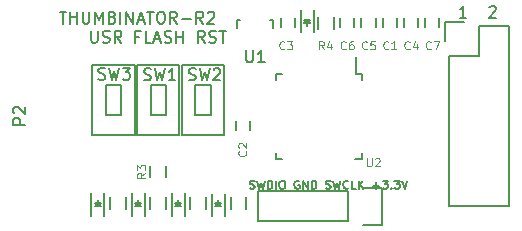
<source format=gbr>
G04 #@! TF.FileFunction,Legend,Top*
%FSLAX46Y46*%
G04 Gerber Fmt 4.6, Leading zero omitted, Abs format (unit mm)*
G04 Created by KiCad (PCBNEW (2016-09-30 revision 278ee7d)-makepkg) date Sun Nov 13 05:54:16 2016*
%MOMM*%
%LPD*%
G01*
G04 APERTURE LIST*
%ADD10C,0.100000*%
%ADD11C,0.150000*%
G04 APERTURE END LIST*
D10*
D11*
X57107142Y-52752380D02*
X57107142Y-53561904D01*
X57154761Y-53657142D01*
X57202380Y-53704761D01*
X57297619Y-53752380D01*
X57488095Y-53752380D01*
X57583333Y-53704761D01*
X57630952Y-53657142D01*
X57678571Y-53561904D01*
X57678571Y-52752380D01*
X58107142Y-53704761D02*
X58250000Y-53752380D01*
X58488095Y-53752380D01*
X58583333Y-53704761D01*
X58630952Y-53657142D01*
X58678571Y-53561904D01*
X58678571Y-53466666D01*
X58630952Y-53371428D01*
X58583333Y-53323809D01*
X58488095Y-53276190D01*
X58297619Y-53228571D01*
X58202380Y-53180952D01*
X58154761Y-53133333D01*
X58107142Y-53038095D01*
X58107142Y-52942857D01*
X58154761Y-52847619D01*
X58202380Y-52800000D01*
X58297619Y-52752380D01*
X58535714Y-52752380D01*
X58678571Y-52800000D01*
X59678571Y-53752380D02*
X59345238Y-53276190D01*
X59107142Y-53752380D02*
X59107142Y-52752380D01*
X59488095Y-52752380D01*
X59583333Y-52800000D01*
X59630952Y-52847619D01*
X59678571Y-52942857D01*
X59678571Y-53085714D01*
X59630952Y-53180952D01*
X59583333Y-53228571D01*
X59488095Y-53276190D01*
X59107142Y-53276190D01*
X61202380Y-53228571D02*
X60869047Y-53228571D01*
X60869047Y-53752380D02*
X60869047Y-52752380D01*
X61345238Y-52752380D01*
X62202380Y-53752380D02*
X61726190Y-53752380D01*
X61726190Y-52752380D01*
X62488095Y-53466666D02*
X62964285Y-53466666D01*
X62392857Y-53752380D02*
X62726190Y-52752380D01*
X63059523Y-53752380D01*
X63345238Y-53704761D02*
X63488095Y-53752380D01*
X63726190Y-53752380D01*
X63821428Y-53704761D01*
X63869047Y-53657142D01*
X63916666Y-53561904D01*
X63916666Y-53466666D01*
X63869047Y-53371428D01*
X63821428Y-53323809D01*
X63726190Y-53276190D01*
X63535714Y-53228571D01*
X63440476Y-53180952D01*
X63392857Y-53133333D01*
X63345238Y-53038095D01*
X63345238Y-52942857D01*
X63392857Y-52847619D01*
X63440476Y-52800000D01*
X63535714Y-52752380D01*
X63773809Y-52752380D01*
X63916666Y-52800000D01*
X64345238Y-53752380D02*
X64345238Y-52752380D01*
X64345238Y-53228571D02*
X64916666Y-53228571D01*
X64916666Y-53752380D02*
X64916666Y-52752380D01*
X66726190Y-53752380D02*
X66392857Y-53276190D01*
X66154761Y-53752380D02*
X66154761Y-52752380D01*
X66535714Y-52752380D01*
X66630952Y-52800000D01*
X66678571Y-52847619D01*
X66726190Y-52942857D01*
X66726190Y-53085714D01*
X66678571Y-53180952D01*
X66630952Y-53228571D01*
X66535714Y-53276190D01*
X66154761Y-53276190D01*
X67107142Y-53704761D02*
X67250000Y-53752380D01*
X67488095Y-53752380D01*
X67583333Y-53704761D01*
X67630952Y-53657142D01*
X67678571Y-53561904D01*
X67678571Y-53466666D01*
X67630952Y-53371428D01*
X67583333Y-53323809D01*
X67488095Y-53276190D01*
X67297619Y-53228571D01*
X67202380Y-53180952D01*
X67154761Y-53133333D01*
X67107142Y-53038095D01*
X67107142Y-52942857D01*
X67154761Y-52847619D01*
X67202380Y-52800000D01*
X67297619Y-52752380D01*
X67535714Y-52752380D01*
X67678571Y-52800000D01*
X67964285Y-52752380D02*
X68535714Y-52752380D01*
X68250000Y-53752380D02*
X68250000Y-52752380D01*
X54454761Y-51127380D02*
X55026190Y-51127380D01*
X54740476Y-52127380D02*
X54740476Y-51127380D01*
X55359523Y-52127380D02*
X55359523Y-51127380D01*
X55359523Y-51603571D02*
X55930952Y-51603571D01*
X55930952Y-52127380D02*
X55930952Y-51127380D01*
X56407142Y-51127380D02*
X56407142Y-51936904D01*
X56454761Y-52032142D01*
X56502380Y-52079761D01*
X56597619Y-52127380D01*
X56788095Y-52127380D01*
X56883333Y-52079761D01*
X56930952Y-52032142D01*
X56978571Y-51936904D01*
X56978571Y-51127380D01*
X57454761Y-52127380D02*
X57454761Y-51127380D01*
X57788095Y-51841666D01*
X58121428Y-51127380D01*
X58121428Y-52127380D01*
X58930952Y-51603571D02*
X59073809Y-51651190D01*
X59121428Y-51698809D01*
X59169047Y-51794047D01*
X59169047Y-51936904D01*
X59121428Y-52032142D01*
X59073809Y-52079761D01*
X58978571Y-52127380D01*
X58597619Y-52127380D01*
X58597619Y-51127380D01*
X58930952Y-51127380D01*
X59026190Y-51175000D01*
X59073809Y-51222619D01*
X59121428Y-51317857D01*
X59121428Y-51413095D01*
X59073809Y-51508333D01*
X59026190Y-51555952D01*
X58930952Y-51603571D01*
X58597619Y-51603571D01*
X59597619Y-52127380D02*
X59597619Y-51127380D01*
X60073809Y-52127380D02*
X60073809Y-51127380D01*
X60645238Y-52127380D01*
X60645238Y-51127380D01*
X61073809Y-51841666D02*
X61550000Y-51841666D01*
X60978571Y-52127380D02*
X61311904Y-51127380D01*
X61645238Y-52127380D01*
X61835714Y-51127380D02*
X62407142Y-51127380D01*
X62121428Y-52127380D02*
X62121428Y-51127380D01*
X62930952Y-51127380D02*
X63121428Y-51127380D01*
X63216666Y-51175000D01*
X63311904Y-51270238D01*
X63359523Y-51460714D01*
X63359523Y-51794047D01*
X63311904Y-51984523D01*
X63216666Y-52079761D01*
X63121428Y-52127380D01*
X62930952Y-52127380D01*
X62835714Y-52079761D01*
X62740476Y-51984523D01*
X62692857Y-51794047D01*
X62692857Y-51460714D01*
X62740476Y-51270238D01*
X62835714Y-51175000D01*
X62930952Y-51127380D01*
X64359523Y-52127380D02*
X64026190Y-51651190D01*
X63788095Y-52127380D02*
X63788095Y-51127380D01*
X64169047Y-51127380D01*
X64264285Y-51175000D01*
X64311904Y-51222619D01*
X64359523Y-51317857D01*
X64359523Y-51460714D01*
X64311904Y-51555952D01*
X64264285Y-51603571D01*
X64169047Y-51651190D01*
X63788095Y-51651190D01*
X64788095Y-51746428D02*
X65550000Y-51746428D01*
X66597619Y-52127380D02*
X66264285Y-51651190D01*
X66026190Y-52127380D02*
X66026190Y-51127380D01*
X66407142Y-51127380D01*
X66502380Y-51175000D01*
X66550000Y-51222619D01*
X66597619Y-51317857D01*
X66597619Y-51460714D01*
X66550000Y-51555952D01*
X66502380Y-51603571D01*
X66407142Y-51651190D01*
X66026190Y-51651190D01*
X66978571Y-51222619D02*
X67026190Y-51175000D01*
X67121428Y-51127380D01*
X67359523Y-51127380D01*
X67454761Y-51175000D01*
X67502380Y-51222619D01*
X67550000Y-51317857D01*
X67550000Y-51413095D01*
X67502380Y-51555952D01*
X66930952Y-52127380D01*
X67550000Y-52127380D01*
X70566666Y-66083333D02*
X70666666Y-66116666D01*
X70833333Y-66116666D01*
X70900000Y-66083333D01*
X70933333Y-66050000D01*
X70966666Y-65983333D01*
X70966666Y-65916666D01*
X70933333Y-65850000D01*
X70900000Y-65816666D01*
X70833333Y-65783333D01*
X70700000Y-65750000D01*
X70633333Y-65716666D01*
X70600000Y-65683333D01*
X70566666Y-65616666D01*
X70566666Y-65550000D01*
X70600000Y-65483333D01*
X70633333Y-65450000D01*
X70700000Y-65416666D01*
X70866666Y-65416666D01*
X70966666Y-65450000D01*
X71200000Y-65416666D02*
X71366666Y-66116666D01*
X71500000Y-65616666D01*
X71633333Y-66116666D01*
X71800000Y-65416666D01*
X72066666Y-66116666D02*
X72066666Y-65416666D01*
X72233333Y-65416666D01*
X72333333Y-65450000D01*
X72400000Y-65516666D01*
X72433333Y-65583333D01*
X72466666Y-65716666D01*
X72466666Y-65816666D01*
X72433333Y-65950000D01*
X72400000Y-66016666D01*
X72333333Y-66083333D01*
X72233333Y-66116666D01*
X72066666Y-66116666D01*
X72766666Y-66116666D02*
X72766666Y-65416666D01*
X73233333Y-65416666D02*
X73366666Y-65416666D01*
X73433333Y-65450000D01*
X73500000Y-65516666D01*
X73533333Y-65650000D01*
X73533333Y-65883333D01*
X73500000Y-66016666D01*
X73433333Y-66083333D01*
X73366666Y-66116666D01*
X73233333Y-66116666D01*
X73166666Y-66083333D01*
X73100000Y-66016666D01*
X73066666Y-65883333D01*
X73066666Y-65650000D01*
X73100000Y-65516666D01*
X73166666Y-65450000D01*
X73233333Y-65416666D01*
X74733333Y-65450000D02*
X74666666Y-65416666D01*
X74566666Y-65416666D01*
X74466666Y-65450000D01*
X74400000Y-65516666D01*
X74366666Y-65583333D01*
X74333333Y-65716666D01*
X74333333Y-65816666D01*
X74366666Y-65950000D01*
X74400000Y-66016666D01*
X74466666Y-66083333D01*
X74566666Y-66116666D01*
X74633333Y-66116666D01*
X74733333Y-66083333D01*
X74766666Y-66050000D01*
X74766666Y-65816666D01*
X74633333Y-65816666D01*
X75066666Y-66116666D02*
X75066666Y-65416666D01*
X75466666Y-66116666D01*
X75466666Y-65416666D01*
X75800000Y-66116666D02*
X75800000Y-65416666D01*
X75966666Y-65416666D01*
X76066666Y-65450000D01*
X76133333Y-65516666D01*
X76166666Y-65583333D01*
X76200000Y-65716666D01*
X76200000Y-65816666D01*
X76166666Y-65950000D01*
X76133333Y-66016666D01*
X76066666Y-66083333D01*
X75966666Y-66116666D01*
X75800000Y-66116666D01*
X77000000Y-66083333D02*
X77100000Y-66116666D01*
X77266666Y-66116666D01*
X77333333Y-66083333D01*
X77366666Y-66050000D01*
X77400000Y-65983333D01*
X77400000Y-65916666D01*
X77366666Y-65850000D01*
X77333333Y-65816666D01*
X77266666Y-65783333D01*
X77133333Y-65750000D01*
X77066666Y-65716666D01*
X77033333Y-65683333D01*
X77000000Y-65616666D01*
X77000000Y-65550000D01*
X77033333Y-65483333D01*
X77066666Y-65450000D01*
X77133333Y-65416666D01*
X77300000Y-65416666D01*
X77400000Y-65450000D01*
X77633333Y-65416666D02*
X77800000Y-66116666D01*
X77933333Y-65616666D01*
X78066666Y-66116666D01*
X78233333Y-65416666D01*
X78900000Y-66050000D02*
X78866666Y-66083333D01*
X78766666Y-66116666D01*
X78700000Y-66116666D01*
X78600000Y-66083333D01*
X78533333Y-66016666D01*
X78500000Y-65950000D01*
X78466666Y-65816666D01*
X78466666Y-65716666D01*
X78500000Y-65583333D01*
X78533333Y-65516666D01*
X78600000Y-65450000D01*
X78700000Y-65416666D01*
X78766666Y-65416666D01*
X78866666Y-65450000D01*
X78900000Y-65483333D01*
X79533333Y-66116666D02*
X79200000Y-66116666D01*
X79200000Y-65416666D01*
X79766666Y-66116666D02*
X79766666Y-65416666D01*
X80166666Y-66116666D02*
X79866666Y-65716666D01*
X80166666Y-65416666D02*
X79766666Y-65816666D01*
X81000000Y-65850000D02*
X81533333Y-65850000D01*
X81266666Y-66116666D02*
X81266666Y-65583333D01*
X81800000Y-65416666D02*
X82233333Y-65416666D01*
X82000000Y-65683333D01*
X82100000Y-65683333D01*
X82166666Y-65716666D01*
X82200000Y-65750000D01*
X82233333Y-65816666D01*
X82233333Y-65983333D01*
X82200000Y-66050000D01*
X82166666Y-66083333D01*
X82100000Y-66116666D01*
X81900000Y-66116666D01*
X81833333Y-66083333D01*
X81800000Y-66050000D01*
X82533333Y-66050000D02*
X82566666Y-66083333D01*
X82533333Y-66116666D01*
X82500000Y-66083333D01*
X82533333Y-66050000D01*
X82533333Y-66116666D01*
X82800000Y-65416666D02*
X83233333Y-65416666D01*
X83000000Y-65683333D01*
X83100000Y-65683333D01*
X83166666Y-65716666D01*
X83200000Y-65750000D01*
X83233333Y-65816666D01*
X83233333Y-65983333D01*
X83200000Y-66050000D01*
X83166666Y-66083333D01*
X83100000Y-66116666D01*
X82900000Y-66116666D01*
X82833333Y-66083333D01*
X82800000Y-66050000D01*
X83433333Y-65416666D02*
X83666666Y-66116666D01*
X83900000Y-65416666D01*
X90814285Y-50747619D02*
X90861904Y-50700000D01*
X90957142Y-50652380D01*
X91195238Y-50652380D01*
X91290476Y-50700000D01*
X91338095Y-50747619D01*
X91385714Y-50842857D01*
X91385714Y-50938095D01*
X91338095Y-51080952D01*
X90766666Y-51652380D01*
X91385714Y-51652380D01*
X88885714Y-51652380D02*
X88314285Y-51652380D01*
X88600000Y-51652380D02*
X88600000Y-50652380D01*
X88504761Y-50795238D01*
X88409523Y-50890476D01*
X88314285Y-50938095D01*
X81800000Y-52400000D02*
X81800000Y-51700000D01*
X83000000Y-51700000D02*
X83000000Y-52400000D01*
X69350000Y-61100000D02*
X69350000Y-60400000D01*
X70550000Y-60400000D02*
X70550000Y-61100000D01*
X73200000Y-52400000D02*
X73200000Y-51700000D01*
X74400000Y-51700000D02*
X74400000Y-52400000D01*
X83600000Y-52400000D02*
X83600000Y-51700000D01*
X84800000Y-51700000D02*
X84800000Y-52400000D01*
X74850000Y-50950000D02*
X74850000Y-52850000D01*
X75950000Y-50950000D02*
X75950000Y-52850000D01*
X75400000Y-51850000D02*
X75400000Y-52300000D01*
X75650000Y-51800000D02*
X75150000Y-51800000D01*
X75400000Y-51800000D02*
X75650000Y-52050000D01*
X75650000Y-52050000D02*
X75150000Y-52050000D01*
X75150000Y-52050000D02*
X75400000Y-51800000D01*
X63475000Y-64150000D02*
X63475000Y-65150000D01*
X62125000Y-65150000D02*
X62125000Y-64150000D01*
X80025000Y-56375000D02*
X79575000Y-56375000D01*
X80025000Y-63625000D02*
X79500000Y-63625000D01*
X72775000Y-63625000D02*
X73300000Y-63625000D01*
X72775000Y-56375000D02*
X73300000Y-56375000D01*
X80025000Y-56375000D02*
X80025000Y-56900000D01*
X72775000Y-56375000D02*
X72775000Y-56900000D01*
X72775000Y-63625000D02*
X72775000Y-63100000D01*
X80025000Y-63625000D02*
X80025000Y-63100000D01*
X79575000Y-56375000D02*
X79575000Y-55000000D01*
X76325000Y-52550000D02*
X76325000Y-51550000D01*
X77675000Y-51550000D02*
X77675000Y-52550000D01*
X80000000Y-52400000D02*
X80000000Y-51700000D01*
X81200000Y-51700000D02*
X81200000Y-52400000D01*
X78910000Y-66330000D02*
X71290000Y-66330000D01*
X78910000Y-68870000D02*
X71290000Y-68870000D01*
X81730000Y-69150000D02*
X80180000Y-69150000D01*
X71290000Y-66330000D02*
X71290000Y-68870000D01*
X78910000Y-68870000D02*
X78910000Y-66330000D01*
X80180000Y-66050000D02*
X81730000Y-66050000D01*
X81730000Y-66050000D02*
X81730000Y-69150000D01*
X78200000Y-52400000D02*
X78200000Y-51700000D01*
X79400000Y-51700000D02*
X79400000Y-52400000D01*
X58250000Y-68400000D02*
X58250000Y-66500000D01*
X57150000Y-68400000D02*
X57150000Y-66500000D01*
X57700000Y-67500000D02*
X57700000Y-67050000D01*
X57450000Y-67550000D02*
X57950000Y-67550000D01*
X57700000Y-67550000D02*
X57450000Y-67300000D01*
X57450000Y-67300000D02*
X57950000Y-67300000D01*
X57950000Y-67300000D02*
X57700000Y-67550000D01*
X61650000Y-68400000D02*
X61650000Y-66500000D01*
X60550000Y-68400000D02*
X60550000Y-66500000D01*
X61100000Y-67500000D02*
X61100000Y-67050000D01*
X60850000Y-67550000D02*
X61350000Y-67550000D01*
X61100000Y-67550000D02*
X60850000Y-67300000D01*
X60850000Y-67300000D02*
X61350000Y-67300000D01*
X61350000Y-67300000D02*
X61100000Y-67550000D01*
X65050000Y-68400000D02*
X65050000Y-66500000D01*
X63950000Y-68400000D02*
X63950000Y-66500000D01*
X64500000Y-67500000D02*
X64500000Y-67050000D01*
X64250000Y-67550000D02*
X64750000Y-67550000D01*
X64500000Y-67550000D02*
X64250000Y-67300000D01*
X64250000Y-67300000D02*
X64750000Y-67300000D01*
X64750000Y-67300000D02*
X64500000Y-67550000D01*
X68450000Y-68449300D02*
X68450000Y-66549300D01*
X67350000Y-68449300D02*
X67350000Y-66549300D01*
X67900000Y-67549300D02*
X67900000Y-67099300D01*
X67650000Y-67599300D02*
X68150000Y-67599300D01*
X67900000Y-67599300D02*
X67650000Y-67349300D01*
X67650000Y-67349300D02*
X68150000Y-67349300D01*
X68150000Y-67349300D02*
X67900000Y-67599300D01*
X60075000Y-66800000D02*
X60075000Y-67800000D01*
X58725000Y-67800000D02*
X58725000Y-66800000D01*
X63475000Y-66800000D02*
X63475000Y-67800000D01*
X62125000Y-67800000D02*
X62125000Y-66800000D01*
X66875000Y-66800000D02*
X66875000Y-67800000D01*
X65525000Y-67800000D02*
X65525000Y-66800000D01*
X70275000Y-66800000D02*
X70275000Y-67800000D01*
X68925000Y-67800000D02*
X68925000Y-66800000D01*
X87100000Y-52020000D02*
X87100000Y-53570000D01*
X89920000Y-54840000D02*
X87380000Y-54840000D01*
X89920000Y-52300000D02*
X89920000Y-54840000D01*
X88650000Y-52020000D02*
X87100000Y-52020000D01*
X92460000Y-52300000D02*
X89920000Y-52300000D01*
X92460000Y-67540000D02*
X87380000Y-67540000D01*
X87380000Y-54840000D02*
X87380000Y-67540000D01*
X92460000Y-67540000D02*
X92460000Y-52300000D01*
X62150000Y-59900000D02*
X62150000Y-57300000D01*
X63450000Y-59900000D02*
X62150000Y-59900000D01*
X63450000Y-57300000D02*
X63450000Y-59900000D01*
X62150000Y-57300000D02*
X63450000Y-57300000D01*
X61000000Y-61600000D02*
X61000000Y-55600000D01*
X64600000Y-61600000D02*
X61000000Y-61600000D01*
X64600000Y-55600000D02*
X64600000Y-61600000D01*
X61000000Y-55600000D02*
X64600000Y-55600000D01*
X65950000Y-59900000D02*
X65950000Y-57300000D01*
X67250000Y-59900000D02*
X65950000Y-59900000D01*
X67250000Y-57300000D02*
X67250000Y-59900000D01*
X65950000Y-57300000D02*
X67250000Y-57300000D01*
X64800000Y-61600000D02*
X64800000Y-55600000D01*
X68400000Y-61600000D02*
X64800000Y-61600000D01*
X68400000Y-55600000D02*
X68400000Y-61600000D01*
X64800000Y-55600000D02*
X68400000Y-55600000D01*
X60800000Y-61600000D02*
X57200000Y-61600000D01*
X57200000Y-61600000D02*
X57200000Y-55600000D01*
X57200000Y-55600000D02*
X60800000Y-55600000D01*
X60800000Y-55600000D02*
X60800000Y-61600000D01*
X59650000Y-59900000D02*
X58350000Y-59900000D01*
X58350000Y-59900000D02*
X58350000Y-57300000D01*
X58350000Y-57300000D02*
X59650000Y-57300000D01*
X59650000Y-57300000D02*
X59650000Y-59900000D01*
X72499820Y-51799760D02*
X72499820Y-52500800D01*
X72299160Y-51799760D02*
X72499820Y-51799760D01*
X69500180Y-51799760D02*
X69749100Y-51799760D01*
X69500180Y-52500800D02*
X69500180Y-51799760D01*
X72299160Y-51799760D02*
X72250900Y-51799760D01*
X86600000Y-51700000D02*
X86600000Y-52400000D01*
X85400000Y-52400000D02*
X85400000Y-51700000D01*
D10*
X82283333Y-54250000D02*
X82250000Y-54283333D01*
X82150000Y-54316666D01*
X82083333Y-54316666D01*
X81983333Y-54283333D01*
X81916666Y-54216666D01*
X81883333Y-54150000D01*
X81850000Y-54016666D01*
X81850000Y-53916666D01*
X81883333Y-53783333D01*
X81916666Y-53716666D01*
X81983333Y-53650000D01*
X82083333Y-53616666D01*
X82150000Y-53616666D01*
X82250000Y-53650000D01*
X82283333Y-53683333D01*
X82950000Y-54316666D02*
X82550000Y-54316666D01*
X82750000Y-54316666D02*
X82750000Y-53616666D01*
X82683333Y-53716666D01*
X82616666Y-53783333D01*
X82550000Y-53816666D01*
X70200000Y-62916666D02*
X70233333Y-62950000D01*
X70266666Y-63050000D01*
X70266666Y-63116666D01*
X70233333Y-63216666D01*
X70166666Y-63283333D01*
X70100000Y-63316666D01*
X69966666Y-63350000D01*
X69866666Y-63350000D01*
X69733333Y-63316666D01*
X69666666Y-63283333D01*
X69600000Y-63216666D01*
X69566666Y-63116666D01*
X69566666Y-63050000D01*
X69600000Y-62950000D01*
X69633333Y-62916666D01*
X69633333Y-62650000D02*
X69600000Y-62616666D01*
X69566666Y-62550000D01*
X69566666Y-62383333D01*
X69600000Y-62316666D01*
X69633333Y-62283333D01*
X69700000Y-62250000D01*
X69766666Y-62250000D01*
X69866666Y-62283333D01*
X70266666Y-62683333D01*
X70266666Y-62250000D01*
X73483333Y-54250000D02*
X73450000Y-54283333D01*
X73350000Y-54316666D01*
X73283333Y-54316666D01*
X73183333Y-54283333D01*
X73116666Y-54216666D01*
X73083333Y-54150000D01*
X73050000Y-54016666D01*
X73050000Y-53916666D01*
X73083333Y-53783333D01*
X73116666Y-53716666D01*
X73183333Y-53650000D01*
X73283333Y-53616666D01*
X73350000Y-53616666D01*
X73450000Y-53650000D01*
X73483333Y-53683333D01*
X73716666Y-53616666D02*
X74150000Y-53616666D01*
X73916666Y-53883333D01*
X74016666Y-53883333D01*
X74083333Y-53916666D01*
X74116666Y-53950000D01*
X74150000Y-54016666D01*
X74150000Y-54183333D01*
X74116666Y-54250000D01*
X74083333Y-54283333D01*
X74016666Y-54316666D01*
X73816666Y-54316666D01*
X73750000Y-54283333D01*
X73716666Y-54250000D01*
X84083333Y-54250000D02*
X84050000Y-54283333D01*
X83950000Y-54316666D01*
X83883333Y-54316666D01*
X83783333Y-54283333D01*
X83716666Y-54216666D01*
X83683333Y-54150000D01*
X83650000Y-54016666D01*
X83650000Y-53916666D01*
X83683333Y-53783333D01*
X83716666Y-53716666D01*
X83783333Y-53650000D01*
X83883333Y-53616666D01*
X83950000Y-53616666D01*
X84050000Y-53650000D01*
X84083333Y-53683333D01*
X84683333Y-53850000D02*
X84683333Y-54316666D01*
X84516666Y-53583333D02*
X84350000Y-54083333D01*
X84783333Y-54083333D01*
X61716666Y-64766666D02*
X61383333Y-65000000D01*
X61716666Y-65166666D02*
X61016666Y-65166666D01*
X61016666Y-64900000D01*
X61050000Y-64833333D01*
X61083333Y-64800000D01*
X61150000Y-64766666D01*
X61250000Y-64766666D01*
X61316666Y-64800000D01*
X61350000Y-64833333D01*
X61383333Y-64900000D01*
X61383333Y-65166666D01*
X61016666Y-64533333D02*
X61016666Y-64100000D01*
X61283333Y-64333333D01*
X61283333Y-64233333D01*
X61316666Y-64166666D01*
X61350000Y-64133333D01*
X61416666Y-64100000D01*
X61583333Y-64100000D01*
X61650000Y-64133333D01*
X61683333Y-64166666D01*
X61716666Y-64233333D01*
X61716666Y-64433333D01*
X61683333Y-64500000D01*
X61650000Y-64533333D01*
X80466666Y-63516666D02*
X80466666Y-64083333D01*
X80500000Y-64150000D01*
X80533333Y-64183333D01*
X80600000Y-64216666D01*
X80733333Y-64216666D01*
X80800000Y-64183333D01*
X80833333Y-64150000D01*
X80866666Y-64083333D01*
X80866666Y-63516666D01*
X81166666Y-63583333D02*
X81200000Y-63550000D01*
X81266666Y-63516666D01*
X81433333Y-63516666D01*
X81500000Y-63550000D01*
X81533333Y-63583333D01*
X81566666Y-63650000D01*
X81566666Y-63716666D01*
X81533333Y-63816666D01*
X81133333Y-64216666D01*
X81566666Y-64216666D01*
X76833333Y-54316666D02*
X76600000Y-53983333D01*
X76433333Y-54316666D02*
X76433333Y-53616666D01*
X76700000Y-53616666D01*
X76766666Y-53650000D01*
X76800000Y-53683333D01*
X76833333Y-53750000D01*
X76833333Y-53850000D01*
X76800000Y-53916666D01*
X76766666Y-53950000D01*
X76700000Y-53983333D01*
X76433333Y-53983333D01*
X77433333Y-53850000D02*
X77433333Y-54316666D01*
X77266666Y-53583333D02*
X77100000Y-54083333D01*
X77533333Y-54083333D01*
D11*
X51532380Y-60688095D02*
X50532380Y-60688095D01*
X50532380Y-60307142D01*
X50580000Y-60211904D01*
X50627619Y-60164285D01*
X50722857Y-60116666D01*
X50865714Y-60116666D01*
X50960952Y-60164285D01*
X51008571Y-60211904D01*
X51056190Y-60307142D01*
X51056190Y-60688095D01*
X50627619Y-59735714D02*
X50580000Y-59688095D01*
X50532380Y-59592857D01*
X50532380Y-59354761D01*
X50580000Y-59259523D01*
X50627619Y-59211904D01*
X50722857Y-59164285D01*
X50818095Y-59164285D01*
X50960952Y-59211904D01*
X51532380Y-59783333D01*
X51532380Y-59164285D01*
D10*
X80483333Y-54250000D02*
X80450000Y-54283333D01*
X80350000Y-54316666D01*
X80283333Y-54316666D01*
X80183333Y-54283333D01*
X80116666Y-54216666D01*
X80083333Y-54150000D01*
X80050000Y-54016666D01*
X80050000Y-53916666D01*
X80083333Y-53783333D01*
X80116666Y-53716666D01*
X80183333Y-53650000D01*
X80283333Y-53616666D01*
X80350000Y-53616666D01*
X80450000Y-53650000D01*
X80483333Y-53683333D01*
X81116666Y-53616666D02*
X80783333Y-53616666D01*
X80750000Y-53950000D01*
X80783333Y-53916666D01*
X80850000Y-53883333D01*
X81016666Y-53883333D01*
X81083333Y-53916666D01*
X81116666Y-53950000D01*
X81150000Y-54016666D01*
X81150000Y-54183333D01*
X81116666Y-54250000D01*
X81083333Y-54283333D01*
X81016666Y-54316666D01*
X80850000Y-54316666D01*
X80783333Y-54283333D01*
X80750000Y-54250000D01*
X78683333Y-54250000D02*
X78650000Y-54283333D01*
X78550000Y-54316666D01*
X78483333Y-54316666D01*
X78383333Y-54283333D01*
X78316666Y-54216666D01*
X78283333Y-54150000D01*
X78250000Y-54016666D01*
X78250000Y-53916666D01*
X78283333Y-53783333D01*
X78316666Y-53716666D01*
X78383333Y-53650000D01*
X78483333Y-53616666D01*
X78550000Y-53616666D01*
X78650000Y-53650000D01*
X78683333Y-53683333D01*
X79283333Y-53616666D02*
X79150000Y-53616666D01*
X79083333Y-53650000D01*
X79050000Y-53683333D01*
X78983333Y-53783333D01*
X78950000Y-53916666D01*
X78950000Y-54183333D01*
X78983333Y-54250000D01*
X79016666Y-54283333D01*
X79083333Y-54316666D01*
X79216666Y-54316666D01*
X79283333Y-54283333D01*
X79316666Y-54250000D01*
X79350000Y-54183333D01*
X79350000Y-54016666D01*
X79316666Y-53950000D01*
X79283333Y-53916666D01*
X79216666Y-53883333D01*
X79083333Y-53883333D01*
X79016666Y-53916666D01*
X78983333Y-53950000D01*
X78950000Y-54016666D01*
D11*
X61591666Y-56879761D02*
X61734523Y-56927380D01*
X61972619Y-56927380D01*
X62067857Y-56879761D01*
X62115476Y-56832142D01*
X62163095Y-56736904D01*
X62163095Y-56641666D01*
X62115476Y-56546428D01*
X62067857Y-56498809D01*
X61972619Y-56451190D01*
X61782142Y-56403571D01*
X61686904Y-56355952D01*
X61639285Y-56308333D01*
X61591666Y-56213095D01*
X61591666Y-56117857D01*
X61639285Y-56022619D01*
X61686904Y-55975000D01*
X61782142Y-55927380D01*
X62020238Y-55927380D01*
X62163095Y-55975000D01*
X62496428Y-55927380D02*
X62734523Y-56927380D01*
X62925000Y-56213095D01*
X63115476Y-56927380D01*
X63353571Y-55927380D01*
X64258333Y-56927380D02*
X63686904Y-56927380D01*
X63972619Y-56927380D02*
X63972619Y-55927380D01*
X63877380Y-56070238D01*
X63782142Y-56165476D01*
X63686904Y-56213095D01*
X65391666Y-56879761D02*
X65534523Y-56927380D01*
X65772619Y-56927380D01*
X65867857Y-56879761D01*
X65915476Y-56832142D01*
X65963095Y-56736904D01*
X65963095Y-56641666D01*
X65915476Y-56546428D01*
X65867857Y-56498809D01*
X65772619Y-56451190D01*
X65582142Y-56403571D01*
X65486904Y-56355952D01*
X65439285Y-56308333D01*
X65391666Y-56213095D01*
X65391666Y-56117857D01*
X65439285Y-56022619D01*
X65486904Y-55975000D01*
X65582142Y-55927380D01*
X65820238Y-55927380D01*
X65963095Y-55975000D01*
X66296428Y-55927380D02*
X66534523Y-56927380D01*
X66725000Y-56213095D01*
X66915476Y-56927380D01*
X67153571Y-55927380D01*
X67486904Y-56022619D02*
X67534523Y-55975000D01*
X67629761Y-55927380D01*
X67867857Y-55927380D01*
X67963095Y-55975000D01*
X68010714Y-56022619D01*
X68058333Y-56117857D01*
X68058333Y-56213095D01*
X68010714Y-56355952D01*
X67439285Y-56927380D01*
X68058333Y-56927380D01*
X57741666Y-56829761D02*
X57884523Y-56877380D01*
X58122619Y-56877380D01*
X58217857Y-56829761D01*
X58265476Y-56782142D01*
X58313095Y-56686904D01*
X58313095Y-56591666D01*
X58265476Y-56496428D01*
X58217857Y-56448809D01*
X58122619Y-56401190D01*
X57932142Y-56353571D01*
X57836904Y-56305952D01*
X57789285Y-56258333D01*
X57741666Y-56163095D01*
X57741666Y-56067857D01*
X57789285Y-55972619D01*
X57836904Y-55925000D01*
X57932142Y-55877380D01*
X58170238Y-55877380D01*
X58313095Y-55925000D01*
X58646428Y-55877380D02*
X58884523Y-56877380D01*
X59075000Y-56163095D01*
X59265476Y-56877380D01*
X59503571Y-55877380D01*
X59789285Y-55877380D02*
X60408333Y-55877380D01*
X60075000Y-56258333D01*
X60217857Y-56258333D01*
X60313095Y-56305952D01*
X60360714Y-56353571D01*
X60408333Y-56448809D01*
X60408333Y-56686904D01*
X60360714Y-56782142D01*
X60313095Y-56829761D01*
X60217857Y-56877380D01*
X59932142Y-56877380D01*
X59836904Y-56829761D01*
X59789285Y-56782142D01*
X70238095Y-54402380D02*
X70238095Y-55211904D01*
X70285714Y-55307142D01*
X70333333Y-55354761D01*
X70428571Y-55402380D01*
X70619047Y-55402380D01*
X70714285Y-55354761D01*
X70761904Y-55307142D01*
X70809523Y-55211904D01*
X70809523Y-54402380D01*
X71809523Y-55402380D02*
X71238095Y-55402380D01*
X71523809Y-55402380D02*
X71523809Y-54402380D01*
X71428571Y-54545238D01*
X71333333Y-54640476D01*
X71238095Y-54688095D01*
D10*
X85883333Y-54250000D02*
X85850000Y-54283333D01*
X85750000Y-54316666D01*
X85683333Y-54316666D01*
X85583333Y-54283333D01*
X85516666Y-54216666D01*
X85483333Y-54150000D01*
X85450000Y-54016666D01*
X85450000Y-53916666D01*
X85483333Y-53783333D01*
X85516666Y-53716666D01*
X85583333Y-53650000D01*
X85683333Y-53616666D01*
X85750000Y-53616666D01*
X85850000Y-53650000D01*
X85883333Y-53683333D01*
X86116666Y-53616666D02*
X86583333Y-53616666D01*
X86283333Y-54316666D01*
M02*

</source>
